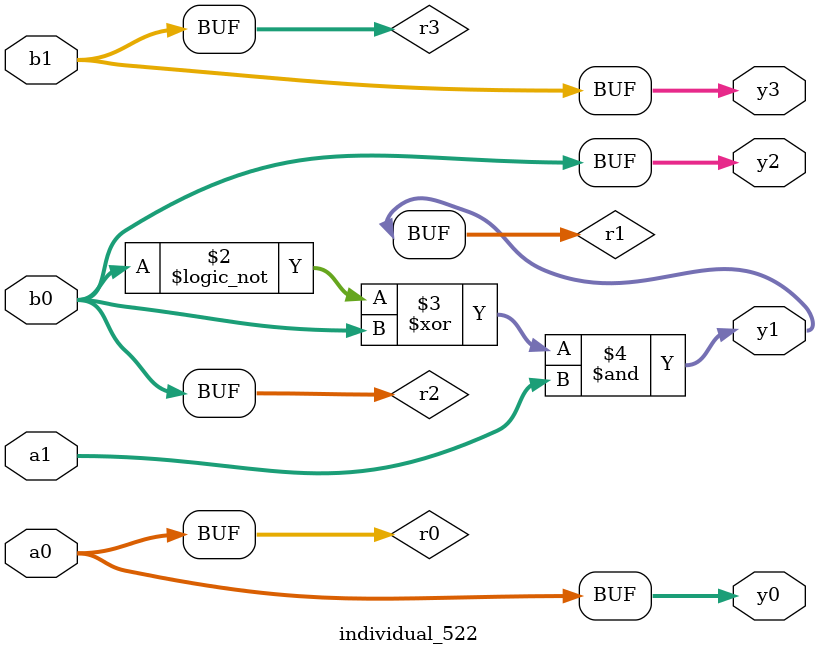
<source format=sv>
module individual_522(input logic [15:0] a1, input logic [15:0] a0, input logic [15:0] b1, input logic [15:0] b0, output logic [15:0] y3, output logic [15:0] y2, output logic [15:0] y1, output logic [15:0] y0);
logic [15:0] r0, r1, r2, r3; 
 always@(*) begin 
	 r0 = a0; r1 = a1; r2 = b0; r3 = b1; 
 	 r1 = ! r2 ;
 	 r1  ^=  b0 ;
 	 r1  &=  a1 ;
 	 y3 = r3; y2 = r2; y1 = r1; y0 = r0; 
end
endmodule
</source>
